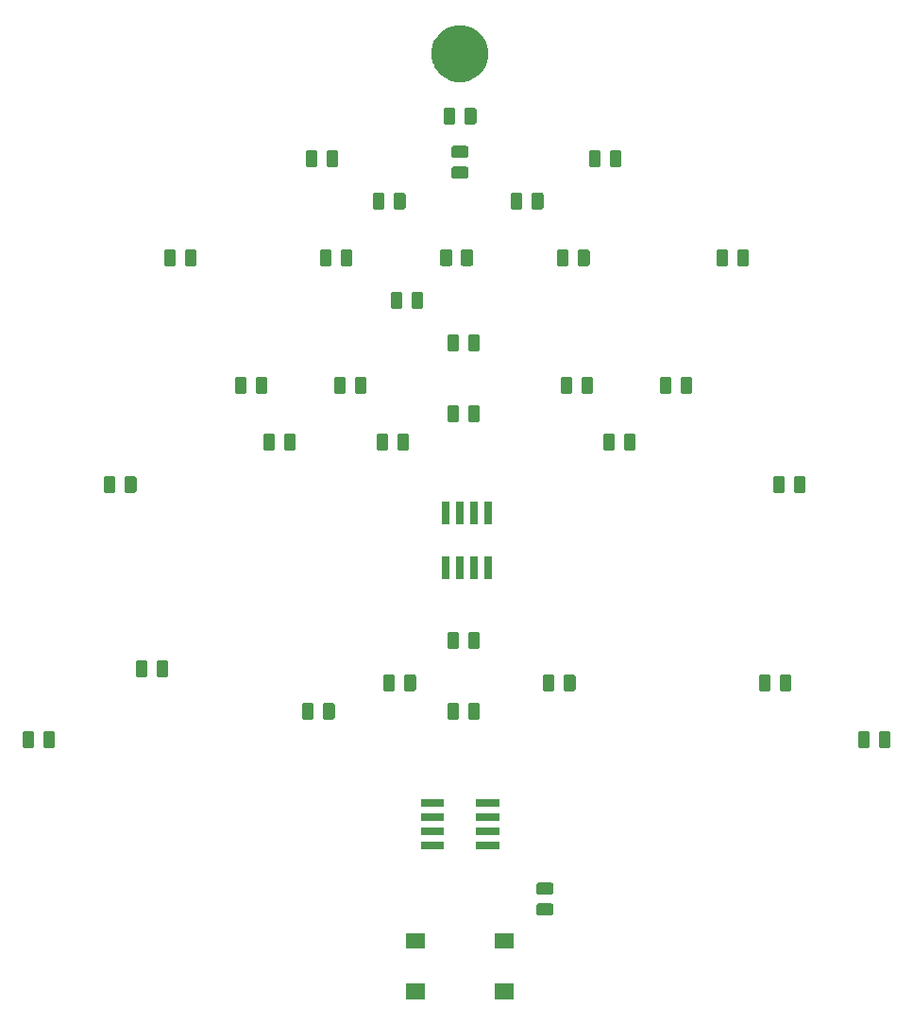
<source format=gbr>
G04 #@! TF.GenerationSoftware,KiCad,Pcbnew,5.1.4-3.fc30*
G04 #@! TF.CreationDate,2019-12-08T15:57:42-08:00*
G04 #@! TF.ProjectId,ChristmasTree,43687269-7374-46d6-9173-547265652e6b,rev?*
G04 #@! TF.SameCoordinates,Original*
G04 #@! TF.FileFunction,Soldermask,Top*
G04 #@! TF.FilePolarity,Negative*
%FSLAX46Y46*%
G04 Gerber Fmt 4.6, Leading zero omitted, Abs format (unit mm)*
G04 Created by KiCad (PCBNEW 5.1.4-3.fc30) date 2019-12-08 15:57:42*
%MOMM*%
%LPD*%
G04 APERTURE LIST*
%ADD10C,0.100000*%
G04 APERTURE END LIST*
D10*
G36*
X243561000Y-145191000D02*
G01*
X241909000Y-145191000D01*
X241909000Y-143789000D01*
X243561000Y-143789000D01*
X243561000Y-145191000D01*
X243561000Y-145191000D01*
G37*
G36*
X235611000Y-145191000D02*
G01*
X233959000Y-145191000D01*
X233959000Y-143789000D01*
X235611000Y-143789000D01*
X235611000Y-145191000D01*
X235611000Y-145191000D01*
G37*
G36*
X235611000Y-140691000D02*
G01*
X233959000Y-140691000D01*
X233959000Y-139289000D01*
X235611000Y-139289000D01*
X235611000Y-140691000D01*
X235611000Y-140691000D01*
G37*
G36*
X243561000Y-140691000D02*
G01*
X241909000Y-140691000D01*
X241909000Y-139289000D01*
X243561000Y-139289000D01*
X243561000Y-140691000D01*
X243561000Y-140691000D01*
G37*
G36*
X246964468Y-136626065D02*
G01*
X247003138Y-136637796D01*
X247038777Y-136656846D01*
X247070017Y-136682483D01*
X247095654Y-136713723D01*
X247114704Y-136749362D01*
X247126435Y-136788032D01*
X247131000Y-136834388D01*
X247131000Y-137485612D01*
X247126435Y-137531968D01*
X247114704Y-137570638D01*
X247095654Y-137606277D01*
X247070017Y-137637517D01*
X247038777Y-137663154D01*
X247003138Y-137682204D01*
X246964468Y-137693935D01*
X246918112Y-137698500D01*
X245841888Y-137698500D01*
X245795532Y-137693935D01*
X245756862Y-137682204D01*
X245721223Y-137663154D01*
X245689983Y-137637517D01*
X245664346Y-137606277D01*
X245645296Y-137570638D01*
X245633565Y-137531968D01*
X245629000Y-137485612D01*
X245629000Y-136834388D01*
X245633565Y-136788032D01*
X245645296Y-136749362D01*
X245664346Y-136713723D01*
X245689983Y-136682483D01*
X245721223Y-136656846D01*
X245756862Y-136637796D01*
X245795532Y-136626065D01*
X245841888Y-136621500D01*
X246918112Y-136621500D01*
X246964468Y-136626065D01*
X246964468Y-136626065D01*
G37*
G36*
X246964468Y-134751065D02*
G01*
X247003138Y-134762796D01*
X247038777Y-134781846D01*
X247070017Y-134807483D01*
X247095654Y-134838723D01*
X247114704Y-134874362D01*
X247126435Y-134913032D01*
X247131000Y-134959388D01*
X247131000Y-135610612D01*
X247126435Y-135656968D01*
X247114704Y-135695638D01*
X247095654Y-135731277D01*
X247070017Y-135762517D01*
X247038777Y-135788154D01*
X247003138Y-135807204D01*
X246964468Y-135818935D01*
X246918112Y-135823500D01*
X245841888Y-135823500D01*
X245795532Y-135818935D01*
X245756862Y-135807204D01*
X245721223Y-135788154D01*
X245689983Y-135762517D01*
X245664346Y-135731277D01*
X245645296Y-135695638D01*
X245633565Y-135656968D01*
X245629000Y-135610612D01*
X245629000Y-134959388D01*
X245633565Y-134913032D01*
X245645296Y-134874362D01*
X245664346Y-134838723D01*
X245689983Y-134807483D01*
X245721223Y-134781846D01*
X245756862Y-134762796D01*
X245795532Y-134751065D01*
X245841888Y-134746500D01*
X246918112Y-134746500D01*
X246964468Y-134751065D01*
X246964468Y-134751065D01*
G37*
G36*
X237321000Y-131781000D02*
G01*
X235249000Y-131781000D01*
X235249000Y-131109000D01*
X237321000Y-131109000D01*
X237321000Y-131781000D01*
X237321000Y-131781000D01*
G37*
G36*
X242271000Y-131781000D02*
G01*
X240199000Y-131781000D01*
X240199000Y-131109000D01*
X242271000Y-131109000D01*
X242271000Y-131781000D01*
X242271000Y-131781000D01*
G37*
G36*
X242271000Y-130511000D02*
G01*
X240199000Y-130511000D01*
X240199000Y-129839000D01*
X242271000Y-129839000D01*
X242271000Y-130511000D01*
X242271000Y-130511000D01*
G37*
G36*
X237321000Y-130511000D02*
G01*
X235249000Y-130511000D01*
X235249000Y-129839000D01*
X237321000Y-129839000D01*
X237321000Y-130511000D01*
X237321000Y-130511000D01*
G37*
G36*
X242271000Y-129241000D02*
G01*
X240199000Y-129241000D01*
X240199000Y-128569000D01*
X242271000Y-128569000D01*
X242271000Y-129241000D01*
X242271000Y-129241000D01*
G37*
G36*
X237321000Y-129241000D02*
G01*
X235249000Y-129241000D01*
X235249000Y-128569000D01*
X237321000Y-128569000D01*
X237321000Y-129241000D01*
X237321000Y-129241000D01*
G37*
G36*
X242271000Y-127971000D02*
G01*
X240199000Y-127971000D01*
X240199000Y-127299000D01*
X242271000Y-127299000D01*
X242271000Y-127971000D01*
X242271000Y-127971000D01*
G37*
G36*
X237321000Y-127971000D02*
G01*
X235249000Y-127971000D01*
X235249000Y-127299000D01*
X237321000Y-127299000D01*
X237321000Y-127971000D01*
X237321000Y-127971000D01*
G37*
G36*
X275356968Y-121173565D02*
G01*
X275395638Y-121185296D01*
X275431277Y-121204346D01*
X275462517Y-121229983D01*
X275488154Y-121261223D01*
X275507204Y-121296862D01*
X275518935Y-121335532D01*
X275523500Y-121381888D01*
X275523500Y-122458112D01*
X275518935Y-122504468D01*
X275507204Y-122543138D01*
X275488154Y-122578777D01*
X275462517Y-122610017D01*
X275431277Y-122635654D01*
X275395638Y-122654704D01*
X275356968Y-122666435D01*
X275310612Y-122671000D01*
X274659388Y-122671000D01*
X274613032Y-122666435D01*
X274574362Y-122654704D01*
X274538723Y-122635654D01*
X274507483Y-122610017D01*
X274481846Y-122578777D01*
X274462796Y-122543138D01*
X274451065Y-122504468D01*
X274446500Y-122458112D01*
X274446500Y-121381888D01*
X274451065Y-121335532D01*
X274462796Y-121296862D01*
X274481846Y-121261223D01*
X274507483Y-121229983D01*
X274538723Y-121204346D01*
X274574362Y-121185296D01*
X274613032Y-121173565D01*
X274659388Y-121169000D01*
X275310612Y-121169000D01*
X275356968Y-121173565D01*
X275356968Y-121173565D01*
G37*
G36*
X277231968Y-121173565D02*
G01*
X277270638Y-121185296D01*
X277306277Y-121204346D01*
X277337517Y-121229983D01*
X277363154Y-121261223D01*
X277382204Y-121296862D01*
X277393935Y-121335532D01*
X277398500Y-121381888D01*
X277398500Y-122458112D01*
X277393935Y-122504468D01*
X277382204Y-122543138D01*
X277363154Y-122578777D01*
X277337517Y-122610017D01*
X277306277Y-122635654D01*
X277270638Y-122654704D01*
X277231968Y-122666435D01*
X277185612Y-122671000D01*
X276534388Y-122671000D01*
X276488032Y-122666435D01*
X276449362Y-122654704D01*
X276413723Y-122635654D01*
X276382483Y-122610017D01*
X276356846Y-122578777D01*
X276337796Y-122543138D01*
X276326065Y-122504468D01*
X276321500Y-122458112D01*
X276321500Y-121381888D01*
X276326065Y-121335532D01*
X276337796Y-121296862D01*
X276356846Y-121261223D01*
X276382483Y-121229983D01*
X276413723Y-121204346D01*
X276449362Y-121185296D01*
X276488032Y-121173565D01*
X276534388Y-121169000D01*
X277185612Y-121169000D01*
X277231968Y-121173565D01*
X277231968Y-121173565D01*
G37*
G36*
X200426968Y-121173565D02*
G01*
X200465638Y-121185296D01*
X200501277Y-121204346D01*
X200532517Y-121229983D01*
X200558154Y-121261223D01*
X200577204Y-121296862D01*
X200588935Y-121335532D01*
X200593500Y-121381888D01*
X200593500Y-122458112D01*
X200588935Y-122504468D01*
X200577204Y-122543138D01*
X200558154Y-122578777D01*
X200532517Y-122610017D01*
X200501277Y-122635654D01*
X200465638Y-122654704D01*
X200426968Y-122666435D01*
X200380612Y-122671000D01*
X199729388Y-122671000D01*
X199683032Y-122666435D01*
X199644362Y-122654704D01*
X199608723Y-122635654D01*
X199577483Y-122610017D01*
X199551846Y-122578777D01*
X199532796Y-122543138D01*
X199521065Y-122504468D01*
X199516500Y-122458112D01*
X199516500Y-121381888D01*
X199521065Y-121335532D01*
X199532796Y-121296862D01*
X199551846Y-121261223D01*
X199577483Y-121229983D01*
X199608723Y-121204346D01*
X199644362Y-121185296D01*
X199683032Y-121173565D01*
X199729388Y-121169000D01*
X200380612Y-121169000D01*
X200426968Y-121173565D01*
X200426968Y-121173565D01*
G37*
G36*
X202301968Y-121173565D02*
G01*
X202340638Y-121185296D01*
X202376277Y-121204346D01*
X202407517Y-121229983D01*
X202433154Y-121261223D01*
X202452204Y-121296862D01*
X202463935Y-121335532D01*
X202468500Y-121381888D01*
X202468500Y-122458112D01*
X202463935Y-122504468D01*
X202452204Y-122543138D01*
X202433154Y-122578777D01*
X202407517Y-122610017D01*
X202376277Y-122635654D01*
X202340638Y-122654704D01*
X202301968Y-122666435D01*
X202255612Y-122671000D01*
X201604388Y-122671000D01*
X201558032Y-122666435D01*
X201519362Y-122654704D01*
X201483723Y-122635654D01*
X201452483Y-122610017D01*
X201426846Y-122578777D01*
X201407796Y-122543138D01*
X201396065Y-122504468D01*
X201391500Y-122458112D01*
X201391500Y-121381888D01*
X201396065Y-121335532D01*
X201407796Y-121296862D01*
X201426846Y-121261223D01*
X201452483Y-121229983D01*
X201483723Y-121204346D01*
X201519362Y-121185296D01*
X201558032Y-121173565D01*
X201604388Y-121169000D01*
X202255612Y-121169000D01*
X202301968Y-121173565D01*
X202301968Y-121173565D01*
G37*
G36*
X225494468Y-118633565D02*
G01*
X225533138Y-118645296D01*
X225568777Y-118664346D01*
X225600017Y-118689983D01*
X225625654Y-118721223D01*
X225644704Y-118756862D01*
X225656435Y-118795532D01*
X225661000Y-118841888D01*
X225661000Y-119918112D01*
X225656435Y-119964468D01*
X225644704Y-120003138D01*
X225625654Y-120038777D01*
X225600017Y-120070017D01*
X225568777Y-120095654D01*
X225533138Y-120114704D01*
X225494468Y-120126435D01*
X225448112Y-120131000D01*
X224796888Y-120131000D01*
X224750532Y-120126435D01*
X224711862Y-120114704D01*
X224676223Y-120095654D01*
X224644983Y-120070017D01*
X224619346Y-120038777D01*
X224600296Y-120003138D01*
X224588565Y-119964468D01*
X224584000Y-119918112D01*
X224584000Y-118841888D01*
X224588565Y-118795532D01*
X224600296Y-118756862D01*
X224619346Y-118721223D01*
X224644983Y-118689983D01*
X224676223Y-118664346D01*
X224711862Y-118645296D01*
X224750532Y-118633565D01*
X224796888Y-118629000D01*
X225448112Y-118629000D01*
X225494468Y-118633565D01*
X225494468Y-118633565D01*
G37*
G36*
X227369468Y-118633565D02*
G01*
X227408138Y-118645296D01*
X227443777Y-118664346D01*
X227475017Y-118689983D01*
X227500654Y-118721223D01*
X227519704Y-118756862D01*
X227531435Y-118795532D01*
X227536000Y-118841888D01*
X227536000Y-119918112D01*
X227531435Y-119964468D01*
X227519704Y-120003138D01*
X227500654Y-120038777D01*
X227475017Y-120070017D01*
X227443777Y-120095654D01*
X227408138Y-120114704D01*
X227369468Y-120126435D01*
X227323112Y-120131000D01*
X226671888Y-120131000D01*
X226625532Y-120126435D01*
X226586862Y-120114704D01*
X226551223Y-120095654D01*
X226519983Y-120070017D01*
X226494346Y-120038777D01*
X226475296Y-120003138D01*
X226463565Y-119964468D01*
X226459000Y-119918112D01*
X226459000Y-118841888D01*
X226463565Y-118795532D01*
X226475296Y-118756862D01*
X226494346Y-118721223D01*
X226519983Y-118689983D01*
X226551223Y-118664346D01*
X226586862Y-118645296D01*
X226625532Y-118633565D01*
X226671888Y-118629000D01*
X227323112Y-118629000D01*
X227369468Y-118633565D01*
X227369468Y-118633565D01*
G37*
G36*
X238526968Y-118633565D02*
G01*
X238565638Y-118645296D01*
X238601277Y-118664346D01*
X238632517Y-118689983D01*
X238658154Y-118721223D01*
X238677204Y-118756862D01*
X238688935Y-118795532D01*
X238693500Y-118841888D01*
X238693500Y-119918112D01*
X238688935Y-119964468D01*
X238677204Y-120003138D01*
X238658154Y-120038777D01*
X238632517Y-120070017D01*
X238601277Y-120095654D01*
X238565638Y-120114704D01*
X238526968Y-120126435D01*
X238480612Y-120131000D01*
X237829388Y-120131000D01*
X237783032Y-120126435D01*
X237744362Y-120114704D01*
X237708723Y-120095654D01*
X237677483Y-120070017D01*
X237651846Y-120038777D01*
X237632796Y-120003138D01*
X237621065Y-119964468D01*
X237616500Y-119918112D01*
X237616500Y-118841888D01*
X237621065Y-118795532D01*
X237632796Y-118756862D01*
X237651846Y-118721223D01*
X237677483Y-118689983D01*
X237708723Y-118664346D01*
X237744362Y-118645296D01*
X237783032Y-118633565D01*
X237829388Y-118629000D01*
X238480612Y-118629000D01*
X238526968Y-118633565D01*
X238526968Y-118633565D01*
G37*
G36*
X240401968Y-118633565D02*
G01*
X240440638Y-118645296D01*
X240476277Y-118664346D01*
X240507517Y-118689983D01*
X240533154Y-118721223D01*
X240552204Y-118756862D01*
X240563935Y-118795532D01*
X240568500Y-118841888D01*
X240568500Y-119918112D01*
X240563935Y-119964468D01*
X240552204Y-120003138D01*
X240533154Y-120038777D01*
X240507517Y-120070017D01*
X240476277Y-120095654D01*
X240440638Y-120114704D01*
X240401968Y-120126435D01*
X240355612Y-120131000D01*
X239704388Y-120131000D01*
X239658032Y-120126435D01*
X239619362Y-120114704D01*
X239583723Y-120095654D01*
X239552483Y-120070017D01*
X239526846Y-120038777D01*
X239507796Y-120003138D01*
X239496065Y-119964468D01*
X239491500Y-119918112D01*
X239491500Y-118841888D01*
X239496065Y-118795532D01*
X239507796Y-118756862D01*
X239526846Y-118721223D01*
X239552483Y-118689983D01*
X239583723Y-118664346D01*
X239619362Y-118645296D01*
X239658032Y-118633565D01*
X239704388Y-118629000D01*
X240355612Y-118629000D01*
X240401968Y-118633565D01*
X240401968Y-118633565D01*
G37*
G36*
X248959468Y-116093565D02*
G01*
X248998138Y-116105296D01*
X249033777Y-116124346D01*
X249065017Y-116149983D01*
X249090654Y-116181223D01*
X249109704Y-116216862D01*
X249121435Y-116255532D01*
X249126000Y-116301888D01*
X249126000Y-117378112D01*
X249121435Y-117424468D01*
X249109704Y-117463138D01*
X249090654Y-117498777D01*
X249065017Y-117530017D01*
X249033777Y-117555654D01*
X248998138Y-117574704D01*
X248959468Y-117586435D01*
X248913112Y-117591000D01*
X248261888Y-117591000D01*
X248215532Y-117586435D01*
X248176862Y-117574704D01*
X248141223Y-117555654D01*
X248109983Y-117530017D01*
X248084346Y-117498777D01*
X248065296Y-117463138D01*
X248053565Y-117424468D01*
X248049000Y-117378112D01*
X248049000Y-116301888D01*
X248053565Y-116255532D01*
X248065296Y-116216862D01*
X248084346Y-116181223D01*
X248109983Y-116149983D01*
X248141223Y-116124346D01*
X248176862Y-116105296D01*
X248215532Y-116093565D01*
X248261888Y-116089000D01*
X248913112Y-116089000D01*
X248959468Y-116093565D01*
X248959468Y-116093565D01*
G37*
G36*
X232781968Y-116093565D02*
G01*
X232820638Y-116105296D01*
X232856277Y-116124346D01*
X232887517Y-116149983D01*
X232913154Y-116181223D01*
X232932204Y-116216862D01*
X232943935Y-116255532D01*
X232948500Y-116301888D01*
X232948500Y-117378112D01*
X232943935Y-117424468D01*
X232932204Y-117463138D01*
X232913154Y-117498777D01*
X232887517Y-117530017D01*
X232856277Y-117555654D01*
X232820638Y-117574704D01*
X232781968Y-117586435D01*
X232735612Y-117591000D01*
X232084388Y-117591000D01*
X232038032Y-117586435D01*
X231999362Y-117574704D01*
X231963723Y-117555654D01*
X231932483Y-117530017D01*
X231906846Y-117498777D01*
X231887796Y-117463138D01*
X231876065Y-117424468D01*
X231871500Y-117378112D01*
X231871500Y-116301888D01*
X231876065Y-116255532D01*
X231887796Y-116216862D01*
X231906846Y-116181223D01*
X231932483Y-116149983D01*
X231963723Y-116124346D01*
X231999362Y-116105296D01*
X232038032Y-116093565D01*
X232084388Y-116089000D01*
X232735612Y-116089000D01*
X232781968Y-116093565D01*
X232781968Y-116093565D01*
G37*
G36*
X266466968Y-116093565D02*
G01*
X266505638Y-116105296D01*
X266541277Y-116124346D01*
X266572517Y-116149983D01*
X266598154Y-116181223D01*
X266617204Y-116216862D01*
X266628935Y-116255532D01*
X266633500Y-116301888D01*
X266633500Y-117378112D01*
X266628935Y-117424468D01*
X266617204Y-117463138D01*
X266598154Y-117498777D01*
X266572517Y-117530017D01*
X266541277Y-117555654D01*
X266505638Y-117574704D01*
X266466968Y-117586435D01*
X266420612Y-117591000D01*
X265769388Y-117591000D01*
X265723032Y-117586435D01*
X265684362Y-117574704D01*
X265648723Y-117555654D01*
X265617483Y-117530017D01*
X265591846Y-117498777D01*
X265572796Y-117463138D01*
X265561065Y-117424468D01*
X265556500Y-117378112D01*
X265556500Y-116301888D01*
X265561065Y-116255532D01*
X265572796Y-116216862D01*
X265591846Y-116181223D01*
X265617483Y-116149983D01*
X265648723Y-116124346D01*
X265684362Y-116105296D01*
X265723032Y-116093565D01*
X265769388Y-116089000D01*
X266420612Y-116089000D01*
X266466968Y-116093565D01*
X266466968Y-116093565D01*
G37*
G36*
X268341968Y-116093565D02*
G01*
X268380638Y-116105296D01*
X268416277Y-116124346D01*
X268447517Y-116149983D01*
X268473154Y-116181223D01*
X268492204Y-116216862D01*
X268503935Y-116255532D01*
X268508500Y-116301888D01*
X268508500Y-117378112D01*
X268503935Y-117424468D01*
X268492204Y-117463138D01*
X268473154Y-117498777D01*
X268447517Y-117530017D01*
X268416277Y-117555654D01*
X268380638Y-117574704D01*
X268341968Y-117586435D01*
X268295612Y-117591000D01*
X267644388Y-117591000D01*
X267598032Y-117586435D01*
X267559362Y-117574704D01*
X267523723Y-117555654D01*
X267492483Y-117530017D01*
X267466846Y-117498777D01*
X267447796Y-117463138D01*
X267436065Y-117424468D01*
X267431500Y-117378112D01*
X267431500Y-116301888D01*
X267436065Y-116255532D01*
X267447796Y-116216862D01*
X267466846Y-116181223D01*
X267492483Y-116149983D01*
X267523723Y-116124346D01*
X267559362Y-116105296D01*
X267598032Y-116093565D01*
X267644388Y-116089000D01*
X268295612Y-116089000D01*
X268341968Y-116093565D01*
X268341968Y-116093565D01*
G37*
G36*
X234656968Y-116093565D02*
G01*
X234695638Y-116105296D01*
X234731277Y-116124346D01*
X234762517Y-116149983D01*
X234788154Y-116181223D01*
X234807204Y-116216862D01*
X234818935Y-116255532D01*
X234823500Y-116301888D01*
X234823500Y-117378112D01*
X234818935Y-117424468D01*
X234807204Y-117463138D01*
X234788154Y-117498777D01*
X234762517Y-117530017D01*
X234731277Y-117555654D01*
X234695638Y-117574704D01*
X234656968Y-117586435D01*
X234610612Y-117591000D01*
X233959388Y-117591000D01*
X233913032Y-117586435D01*
X233874362Y-117574704D01*
X233838723Y-117555654D01*
X233807483Y-117530017D01*
X233781846Y-117498777D01*
X233762796Y-117463138D01*
X233751065Y-117424468D01*
X233746500Y-117378112D01*
X233746500Y-116301888D01*
X233751065Y-116255532D01*
X233762796Y-116216862D01*
X233781846Y-116181223D01*
X233807483Y-116149983D01*
X233838723Y-116124346D01*
X233874362Y-116105296D01*
X233913032Y-116093565D01*
X233959388Y-116089000D01*
X234610612Y-116089000D01*
X234656968Y-116093565D01*
X234656968Y-116093565D01*
G37*
G36*
X247084468Y-116093565D02*
G01*
X247123138Y-116105296D01*
X247158777Y-116124346D01*
X247190017Y-116149983D01*
X247215654Y-116181223D01*
X247234704Y-116216862D01*
X247246435Y-116255532D01*
X247251000Y-116301888D01*
X247251000Y-117378112D01*
X247246435Y-117424468D01*
X247234704Y-117463138D01*
X247215654Y-117498777D01*
X247190017Y-117530017D01*
X247158777Y-117555654D01*
X247123138Y-117574704D01*
X247084468Y-117586435D01*
X247038112Y-117591000D01*
X246386888Y-117591000D01*
X246340532Y-117586435D01*
X246301862Y-117574704D01*
X246266223Y-117555654D01*
X246234983Y-117530017D01*
X246209346Y-117498777D01*
X246190296Y-117463138D01*
X246178565Y-117424468D01*
X246174000Y-117378112D01*
X246174000Y-116301888D01*
X246178565Y-116255532D01*
X246190296Y-116216862D01*
X246209346Y-116181223D01*
X246234983Y-116149983D01*
X246266223Y-116124346D01*
X246301862Y-116105296D01*
X246340532Y-116093565D01*
X246386888Y-116089000D01*
X247038112Y-116089000D01*
X247084468Y-116093565D01*
X247084468Y-116093565D01*
G37*
G36*
X210586968Y-114823565D02*
G01*
X210625638Y-114835296D01*
X210661277Y-114854346D01*
X210692517Y-114879983D01*
X210718154Y-114911223D01*
X210737204Y-114946862D01*
X210748935Y-114985532D01*
X210753500Y-115031888D01*
X210753500Y-116108112D01*
X210748935Y-116154468D01*
X210737204Y-116193138D01*
X210718154Y-116228777D01*
X210692517Y-116260017D01*
X210661277Y-116285654D01*
X210625638Y-116304704D01*
X210586968Y-116316435D01*
X210540612Y-116321000D01*
X209889388Y-116321000D01*
X209843032Y-116316435D01*
X209804362Y-116304704D01*
X209768723Y-116285654D01*
X209737483Y-116260017D01*
X209711846Y-116228777D01*
X209692796Y-116193138D01*
X209681065Y-116154468D01*
X209676500Y-116108112D01*
X209676500Y-115031888D01*
X209681065Y-114985532D01*
X209692796Y-114946862D01*
X209711846Y-114911223D01*
X209737483Y-114879983D01*
X209768723Y-114854346D01*
X209804362Y-114835296D01*
X209843032Y-114823565D01*
X209889388Y-114819000D01*
X210540612Y-114819000D01*
X210586968Y-114823565D01*
X210586968Y-114823565D01*
G37*
G36*
X212461968Y-114823565D02*
G01*
X212500638Y-114835296D01*
X212536277Y-114854346D01*
X212567517Y-114879983D01*
X212593154Y-114911223D01*
X212612204Y-114946862D01*
X212623935Y-114985532D01*
X212628500Y-115031888D01*
X212628500Y-116108112D01*
X212623935Y-116154468D01*
X212612204Y-116193138D01*
X212593154Y-116228777D01*
X212567517Y-116260017D01*
X212536277Y-116285654D01*
X212500638Y-116304704D01*
X212461968Y-116316435D01*
X212415612Y-116321000D01*
X211764388Y-116321000D01*
X211718032Y-116316435D01*
X211679362Y-116304704D01*
X211643723Y-116285654D01*
X211612483Y-116260017D01*
X211586846Y-116228777D01*
X211567796Y-116193138D01*
X211556065Y-116154468D01*
X211551500Y-116108112D01*
X211551500Y-115031888D01*
X211556065Y-114985532D01*
X211567796Y-114946862D01*
X211586846Y-114911223D01*
X211612483Y-114879983D01*
X211643723Y-114854346D01*
X211679362Y-114835296D01*
X211718032Y-114823565D01*
X211764388Y-114819000D01*
X212415612Y-114819000D01*
X212461968Y-114823565D01*
X212461968Y-114823565D01*
G37*
G36*
X238526968Y-112283565D02*
G01*
X238565638Y-112295296D01*
X238601277Y-112314346D01*
X238632517Y-112339983D01*
X238658154Y-112371223D01*
X238677204Y-112406862D01*
X238688935Y-112445532D01*
X238693500Y-112491888D01*
X238693500Y-113568112D01*
X238688935Y-113614468D01*
X238677204Y-113653138D01*
X238658154Y-113688777D01*
X238632517Y-113720017D01*
X238601277Y-113745654D01*
X238565638Y-113764704D01*
X238526968Y-113776435D01*
X238480612Y-113781000D01*
X237829388Y-113781000D01*
X237783032Y-113776435D01*
X237744362Y-113764704D01*
X237708723Y-113745654D01*
X237677483Y-113720017D01*
X237651846Y-113688777D01*
X237632796Y-113653138D01*
X237621065Y-113614468D01*
X237616500Y-113568112D01*
X237616500Y-112491888D01*
X237621065Y-112445532D01*
X237632796Y-112406862D01*
X237651846Y-112371223D01*
X237677483Y-112339983D01*
X237708723Y-112314346D01*
X237744362Y-112295296D01*
X237783032Y-112283565D01*
X237829388Y-112279000D01*
X238480612Y-112279000D01*
X238526968Y-112283565D01*
X238526968Y-112283565D01*
G37*
G36*
X240401968Y-112283565D02*
G01*
X240440638Y-112295296D01*
X240476277Y-112314346D01*
X240507517Y-112339983D01*
X240533154Y-112371223D01*
X240552204Y-112406862D01*
X240563935Y-112445532D01*
X240568500Y-112491888D01*
X240568500Y-113568112D01*
X240563935Y-113614468D01*
X240552204Y-113653138D01*
X240533154Y-113688777D01*
X240507517Y-113720017D01*
X240476277Y-113745654D01*
X240440638Y-113764704D01*
X240401968Y-113776435D01*
X240355612Y-113781000D01*
X239704388Y-113781000D01*
X239658032Y-113776435D01*
X239619362Y-113764704D01*
X239583723Y-113745654D01*
X239552483Y-113720017D01*
X239526846Y-113688777D01*
X239507796Y-113653138D01*
X239496065Y-113614468D01*
X239491500Y-113568112D01*
X239491500Y-112491888D01*
X239496065Y-112445532D01*
X239507796Y-112406862D01*
X239526846Y-112371223D01*
X239552483Y-112339983D01*
X239583723Y-112314346D01*
X239619362Y-112295296D01*
X239658032Y-112283565D01*
X239704388Y-112279000D01*
X240355612Y-112279000D01*
X240401968Y-112283565D01*
X240401968Y-112283565D01*
G37*
G36*
X237826000Y-107586000D02*
G01*
X237154000Y-107586000D01*
X237154000Y-105514000D01*
X237826000Y-105514000D01*
X237826000Y-107586000D01*
X237826000Y-107586000D01*
G37*
G36*
X239096000Y-107586000D02*
G01*
X238424000Y-107586000D01*
X238424000Y-105514000D01*
X239096000Y-105514000D01*
X239096000Y-107586000D01*
X239096000Y-107586000D01*
G37*
G36*
X240366000Y-107586000D02*
G01*
X239694000Y-107586000D01*
X239694000Y-105514000D01*
X240366000Y-105514000D01*
X240366000Y-107586000D01*
X240366000Y-107586000D01*
G37*
G36*
X241636000Y-107586000D02*
G01*
X240964000Y-107586000D01*
X240964000Y-105514000D01*
X241636000Y-105514000D01*
X241636000Y-107586000D01*
X241636000Y-107586000D01*
G37*
G36*
X241636000Y-102636000D02*
G01*
X240964000Y-102636000D01*
X240964000Y-100564000D01*
X241636000Y-100564000D01*
X241636000Y-102636000D01*
X241636000Y-102636000D01*
G37*
G36*
X240366000Y-102636000D02*
G01*
X239694000Y-102636000D01*
X239694000Y-100564000D01*
X240366000Y-100564000D01*
X240366000Y-102636000D01*
X240366000Y-102636000D01*
G37*
G36*
X239096000Y-102636000D02*
G01*
X238424000Y-102636000D01*
X238424000Y-100564000D01*
X239096000Y-100564000D01*
X239096000Y-102636000D01*
X239096000Y-102636000D01*
G37*
G36*
X237826000Y-102636000D02*
G01*
X237154000Y-102636000D01*
X237154000Y-100564000D01*
X237826000Y-100564000D01*
X237826000Y-102636000D01*
X237826000Y-102636000D01*
G37*
G36*
X269611968Y-98313565D02*
G01*
X269650638Y-98325296D01*
X269686277Y-98344346D01*
X269717517Y-98369983D01*
X269743154Y-98401223D01*
X269762204Y-98436862D01*
X269773935Y-98475532D01*
X269778500Y-98521888D01*
X269778500Y-99598112D01*
X269773935Y-99644468D01*
X269762204Y-99683138D01*
X269743154Y-99718777D01*
X269717517Y-99750017D01*
X269686277Y-99775654D01*
X269650638Y-99794704D01*
X269611968Y-99806435D01*
X269565612Y-99811000D01*
X268914388Y-99811000D01*
X268868032Y-99806435D01*
X268829362Y-99794704D01*
X268793723Y-99775654D01*
X268762483Y-99750017D01*
X268736846Y-99718777D01*
X268717796Y-99683138D01*
X268706065Y-99644468D01*
X268701500Y-99598112D01*
X268701500Y-98521888D01*
X268706065Y-98475532D01*
X268717796Y-98436862D01*
X268736846Y-98401223D01*
X268762483Y-98369983D01*
X268793723Y-98344346D01*
X268829362Y-98325296D01*
X268868032Y-98313565D01*
X268914388Y-98309000D01*
X269565612Y-98309000D01*
X269611968Y-98313565D01*
X269611968Y-98313565D01*
G37*
G36*
X267736968Y-98313565D02*
G01*
X267775638Y-98325296D01*
X267811277Y-98344346D01*
X267842517Y-98369983D01*
X267868154Y-98401223D01*
X267887204Y-98436862D01*
X267898935Y-98475532D01*
X267903500Y-98521888D01*
X267903500Y-99598112D01*
X267898935Y-99644468D01*
X267887204Y-99683138D01*
X267868154Y-99718777D01*
X267842517Y-99750017D01*
X267811277Y-99775654D01*
X267775638Y-99794704D01*
X267736968Y-99806435D01*
X267690612Y-99811000D01*
X267039388Y-99811000D01*
X266993032Y-99806435D01*
X266954362Y-99794704D01*
X266918723Y-99775654D01*
X266887483Y-99750017D01*
X266861846Y-99718777D01*
X266842796Y-99683138D01*
X266831065Y-99644468D01*
X266826500Y-99598112D01*
X266826500Y-98521888D01*
X266831065Y-98475532D01*
X266842796Y-98436862D01*
X266861846Y-98401223D01*
X266887483Y-98369983D01*
X266918723Y-98344346D01*
X266954362Y-98325296D01*
X266993032Y-98313565D01*
X267039388Y-98309000D01*
X267690612Y-98309000D01*
X267736968Y-98313565D01*
X267736968Y-98313565D01*
G37*
G36*
X207714468Y-98313565D02*
G01*
X207753138Y-98325296D01*
X207788777Y-98344346D01*
X207820017Y-98369983D01*
X207845654Y-98401223D01*
X207864704Y-98436862D01*
X207876435Y-98475532D01*
X207881000Y-98521888D01*
X207881000Y-99598112D01*
X207876435Y-99644468D01*
X207864704Y-99683138D01*
X207845654Y-99718777D01*
X207820017Y-99750017D01*
X207788777Y-99775654D01*
X207753138Y-99794704D01*
X207714468Y-99806435D01*
X207668112Y-99811000D01*
X207016888Y-99811000D01*
X206970532Y-99806435D01*
X206931862Y-99794704D01*
X206896223Y-99775654D01*
X206864983Y-99750017D01*
X206839346Y-99718777D01*
X206820296Y-99683138D01*
X206808565Y-99644468D01*
X206804000Y-99598112D01*
X206804000Y-98521888D01*
X206808565Y-98475532D01*
X206820296Y-98436862D01*
X206839346Y-98401223D01*
X206864983Y-98369983D01*
X206896223Y-98344346D01*
X206931862Y-98325296D01*
X206970532Y-98313565D01*
X207016888Y-98309000D01*
X207668112Y-98309000D01*
X207714468Y-98313565D01*
X207714468Y-98313565D01*
G37*
G36*
X209589468Y-98313565D02*
G01*
X209628138Y-98325296D01*
X209663777Y-98344346D01*
X209695017Y-98369983D01*
X209720654Y-98401223D01*
X209739704Y-98436862D01*
X209751435Y-98475532D01*
X209756000Y-98521888D01*
X209756000Y-99598112D01*
X209751435Y-99644468D01*
X209739704Y-99683138D01*
X209720654Y-99718777D01*
X209695017Y-99750017D01*
X209663777Y-99775654D01*
X209628138Y-99794704D01*
X209589468Y-99806435D01*
X209543112Y-99811000D01*
X208891888Y-99811000D01*
X208845532Y-99806435D01*
X208806862Y-99794704D01*
X208771223Y-99775654D01*
X208739983Y-99750017D01*
X208714346Y-99718777D01*
X208695296Y-99683138D01*
X208683565Y-99644468D01*
X208679000Y-99598112D01*
X208679000Y-98521888D01*
X208683565Y-98475532D01*
X208695296Y-98436862D01*
X208714346Y-98401223D01*
X208739983Y-98369983D01*
X208771223Y-98344346D01*
X208806862Y-98325296D01*
X208845532Y-98313565D01*
X208891888Y-98309000D01*
X209543112Y-98309000D01*
X209589468Y-98313565D01*
X209589468Y-98313565D01*
G37*
G36*
X223891968Y-94503565D02*
G01*
X223930638Y-94515296D01*
X223966277Y-94534346D01*
X223997517Y-94559983D01*
X224023154Y-94591223D01*
X224042204Y-94626862D01*
X224053935Y-94665532D01*
X224058500Y-94711888D01*
X224058500Y-95788112D01*
X224053935Y-95834468D01*
X224042204Y-95873138D01*
X224023154Y-95908777D01*
X223997517Y-95940017D01*
X223966277Y-95965654D01*
X223930638Y-95984704D01*
X223891968Y-95996435D01*
X223845612Y-96001000D01*
X223194388Y-96001000D01*
X223148032Y-95996435D01*
X223109362Y-95984704D01*
X223073723Y-95965654D01*
X223042483Y-95940017D01*
X223016846Y-95908777D01*
X222997796Y-95873138D01*
X222986065Y-95834468D01*
X222981500Y-95788112D01*
X222981500Y-94711888D01*
X222986065Y-94665532D01*
X222997796Y-94626862D01*
X223016846Y-94591223D01*
X223042483Y-94559983D01*
X223073723Y-94534346D01*
X223109362Y-94515296D01*
X223148032Y-94503565D01*
X223194388Y-94499000D01*
X223845612Y-94499000D01*
X223891968Y-94503565D01*
X223891968Y-94503565D01*
G37*
G36*
X222016968Y-94503565D02*
G01*
X222055638Y-94515296D01*
X222091277Y-94534346D01*
X222122517Y-94559983D01*
X222148154Y-94591223D01*
X222167204Y-94626862D01*
X222178935Y-94665532D01*
X222183500Y-94711888D01*
X222183500Y-95788112D01*
X222178935Y-95834468D01*
X222167204Y-95873138D01*
X222148154Y-95908777D01*
X222122517Y-95940017D01*
X222091277Y-95965654D01*
X222055638Y-95984704D01*
X222016968Y-95996435D01*
X221970612Y-96001000D01*
X221319388Y-96001000D01*
X221273032Y-95996435D01*
X221234362Y-95984704D01*
X221198723Y-95965654D01*
X221167483Y-95940017D01*
X221141846Y-95908777D01*
X221122796Y-95873138D01*
X221111065Y-95834468D01*
X221106500Y-95788112D01*
X221106500Y-94711888D01*
X221111065Y-94665532D01*
X221122796Y-94626862D01*
X221141846Y-94591223D01*
X221167483Y-94559983D01*
X221198723Y-94534346D01*
X221234362Y-94515296D01*
X221273032Y-94503565D01*
X221319388Y-94499000D01*
X221970612Y-94499000D01*
X222016968Y-94503565D01*
X222016968Y-94503565D01*
G37*
G36*
X252496968Y-94503565D02*
G01*
X252535638Y-94515296D01*
X252571277Y-94534346D01*
X252602517Y-94559983D01*
X252628154Y-94591223D01*
X252647204Y-94626862D01*
X252658935Y-94665532D01*
X252663500Y-94711888D01*
X252663500Y-95788112D01*
X252658935Y-95834468D01*
X252647204Y-95873138D01*
X252628154Y-95908777D01*
X252602517Y-95940017D01*
X252571277Y-95965654D01*
X252535638Y-95984704D01*
X252496968Y-95996435D01*
X252450612Y-96001000D01*
X251799388Y-96001000D01*
X251753032Y-95996435D01*
X251714362Y-95984704D01*
X251678723Y-95965654D01*
X251647483Y-95940017D01*
X251621846Y-95908777D01*
X251602796Y-95873138D01*
X251591065Y-95834468D01*
X251586500Y-95788112D01*
X251586500Y-94711888D01*
X251591065Y-94665532D01*
X251602796Y-94626862D01*
X251621846Y-94591223D01*
X251647483Y-94559983D01*
X251678723Y-94534346D01*
X251714362Y-94515296D01*
X251753032Y-94503565D01*
X251799388Y-94499000D01*
X252450612Y-94499000D01*
X252496968Y-94503565D01*
X252496968Y-94503565D01*
G37*
G36*
X254371968Y-94503565D02*
G01*
X254410638Y-94515296D01*
X254446277Y-94534346D01*
X254477517Y-94559983D01*
X254503154Y-94591223D01*
X254522204Y-94626862D01*
X254533935Y-94665532D01*
X254538500Y-94711888D01*
X254538500Y-95788112D01*
X254533935Y-95834468D01*
X254522204Y-95873138D01*
X254503154Y-95908777D01*
X254477517Y-95940017D01*
X254446277Y-95965654D01*
X254410638Y-95984704D01*
X254371968Y-95996435D01*
X254325612Y-96001000D01*
X253674388Y-96001000D01*
X253628032Y-95996435D01*
X253589362Y-95984704D01*
X253553723Y-95965654D01*
X253522483Y-95940017D01*
X253496846Y-95908777D01*
X253477796Y-95873138D01*
X253466065Y-95834468D01*
X253461500Y-95788112D01*
X253461500Y-94711888D01*
X253466065Y-94665532D01*
X253477796Y-94626862D01*
X253496846Y-94591223D01*
X253522483Y-94559983D01*
X253553723Y-94534346D01*
X253589362Y-94515296D01*
X253628032Y-94503565D01*
X253674388Y-94499000D01*
X254325612Y-94499000D01*
X254371968Y-94503565D01*
X254371968Y-94503565D01*
G37*
G36*
X232176968Y-94503565D02*
G01*
X232215638Y-94515296D01*
X232251277Y-94534346D01*
X232282517Y-94559983D01*
X232308154Y-94591223D01*
X232327204Y-94626862D01*
X232338935Y-94665532D01*
X232343500Y-94711888D01*
X232343500Y-95788112D01*
X232338935Y-95834468D01*
X232327204Y-95873138D01*
X232308154Y-95908777D01*
X232282517Y-95940017D01*
X232251277Y-95965654D01*
X232215638Y-95984704D01*
X232176968Y-95996435D01*
X232130612Y-96001000D01*
X231479388Y-96001000D01*
X231433032Y-95996435D01*
X231394362Y-95984704D01*
X231358723Y-95965654D01*
X231327483Y-95940017D01*
X231301846Y-95908777D01*
X231282796Y-95873138D01*
X231271065Y-95834468D01*
X231266500Y-95788112D01*
X231266500Y-94711888D01*
X231271065Y-94665532D01*
X231282796Y-94626862D01*
X231301846Y-94591223D01*
X231327483Y-94559983D01*
X231358723Y-94534346D01*
X231394362Y-94515296D01*
X231433032Y-94503565D01*
X231479388Y-94499000D01*
X232130612Y-94499000D01*
X232176968Y-94503565D01*
X232176968Y-94503565D01*
G37*
G36*
X234051968Y-94503565D02*
G01*
X234090638Y-94515296D01*
X234126277Y-94534346D01*
X234157517Y-94559983D01*
X234183154Y-94591223D01*
X234202204Y-94626862D01*
X234213935Y-94665532D01*
X234218500Y-94711888D01*
X234218500Y-95788112D01*
X234213935Y-95834468D01*
X234202204Y-95873138D01*
X234183154Y-95908777D01*
X234157517Y-95940017D01*
X234126277Y-95965654D01*
X234090638Y-95984704D01*
X234051968Y-95996435D01*
X234005612Y-96001000D01*
X233354388Y-96001000D01*
X233308032Y-95996435D01*
X233269362Y-95984704D01*
X233233723Y-95965654D01*
X233202483Y-95940017D01*
X233176846Y-95908777D01*
X233157796Y-95873138D01*
X233146065Y-95834468D01*
X233141500Y-95788112D01*
X233141500Y-94711888D01*
X233146065Y-94665532D01*
X233157796Y-94626862D01*
X233176846Y-94591223D01*
X233202483Y-94559983D01*
X233233723Y-94534346D01*
X233269362Y-94515296D01*
X233308032Y-94503565D01*
X233354388Y-94499000D01*
X234005612Y-94499000D01*
X234051968Y-94503565D01*
X234051968Y-94503565D01*
G37*
G36*
X240401968Y-91963565D02*
G01*
X240440638Y-91975296D01*
X240476277Y-91994346D01*
X240507517Y-92019983D01*
X240533154Y-92051223D01*
X240552204Y-92086862D01*
X240563935Y-92125532D01*
X240568500Y-92171888D01*
X240568500Y-93248112D01*
X240563935Y-93294468D01*
X240552204Y-93333138D01*
X240533154Y-93368777D01*
X240507517Y-93400017D01*
X240476277Y-93425654D01*
X240440638Y-93444704D01*
X240401968Y-93456435D01*
X240355612Y-93461000D01*
X239704388Y-93461000D01*
X239658032Y-93456435D01*
X239619362Y-93444704D01*
X239583723Y-93425654D01*
X239552483Y-93400017D01*
X239526846Y-93368777D01*
X239507796Y-93333138D01*
X239496065Y-93294468D01*
X239491500Y-93248112D01*
X239491500Y-92171888D01*
X239496065Y-92125532D01*
X239507796Y-92086862D01*
X239526846Y-92051223D01*
X239552483Y-92019983D01*
X239583723Y-91994346D01*
X239619362Y-91975296D01*
X239658032Y-91963565D01*
X239704388Y-91959000D01*
X240355612Y-91959000D01*
X240401968Y-91963565D01*
X240401968Y-91963565D01*
G37*
G36*
X238526968Y-91963565D02*
G01*
X238565638Y-91975296D01*
X238601277Y-91994346D01*
X238632517Y-92019983D01*
X238658154Y-92051223D01*
X238677204Y-92086862D01*
X238688935Y-92125532D01*
X238693500Y-92171888D01*
X238693500Y-93248112D01*
X238688935Y-93294468D01*
X238677204Y-93333138D01*
X238658154Y-93368777D01*
X238632517Y-93400017D01*
X238601277Y-93425654D01*
X238565638Y-93444704D01*
X238526968Y-93456435D01*
X238480612Y-93461000D01*
X237829388Y-93461000D01*
X237783032Y-93456435D01*
X237744362Y-93444704D01*
X237708723Y-93425654D01*
X237677483Y-93400017D01*
X237651846Y-93368777D01*
X237632796Y-93333138D01*
X237621065Y-93294468D01*
X237616500Y-93248112D01*
X237616500Y-92171888D01*
X237621065Y-92125532D01*
X237632796Y-92086862D01*
X237651846Y-92051223D01*
X237677483Y-92019983D01*
X237708723Y-91994346D01*
X237744362Y-91975296D01*
X237783032Y-91963565D01*
X237829388Y-91959000D01*
X238480612Y-91959000D01*
X238526968Y-91963565D01*
X238526968Y-91963565D01*
G37*
G36*
X257576968Y-89423565D02*
G01*
X257615638Y-89435296D01*
X257651277Y-89454346D01*
X257682517Y-89479983D01*
X257708154Y-89511223D01*
X257727204Y-89546862D01*
X257738935Y-89585532D01*
X257743500Y-89631888D01*
X257743500Y-90708112D01*
X257738935Y-90754468D01*
X257727204Y-90793138D01*
X257708154Y-90828777D01*
X257682517Y-90860017D01*
X257651277Y-90885654D01*
X257615638Y-90904704D01*
X257576968Y-90916435D01*
X257530612Y-90921000D01*
X256879388Y-90921000D01*
X256833032Y-90916435D01*
X256794362Y-90904704D01*
X256758723Y-90885654D01*
X256727483Y-90860017D01*
X256701846Y-90828777D01*
X256682796Y-90793138D01*
X256671065Y-90754468D01*
X256666500Y-90708112D01*
X256666500Y-89631888D01*
X256671065Y-89585532D01*
X256682796Y-89546862D01*
X256701846Y-89511223D01*
X256727483Y-89479983D01*
X256758723Y-89454346D01*
X256794362Y-89435296D01*
X256833032Y-89423565D01*
X256879388Y-89419000D01*
X257530612Y-89419000D01*
X257576968Y-89423565D01*
X257576968Y-89423565D01*
G37*
G36*
X221351968Y-89423565D02*
G01*
X221390638Y-89435296D01*
X221426277Y-89454346D01*
X221457517Y-89479983D01*
X221483154Y-89511223D01*
X221502204Y-89546862D01*
X221513935Y-89585532D01*
X221518500Y-89631888D01*
X221518500Y-90708112D01*
X221513935Y-90754468D01*
X221502204Y-90793138D01*
X221483154Y-90828777D01*
X221457517Y-90860017D01*
X221426277Y-90885654D01*
X221390638Y-90904704D01*
X221351968Y-90916435D01*
X221305612Y-90921000D01*
X220654388Y-90921000D01*
X220608032Y-90916435D01*
X220569362Y-90904704D01*
X220533723Y-90885654D01*
X220502483Y-90860017D01*
X220476846Y-90828777D01*
X220457796Y-90793138D01*
X220446065Y-90754468D01*
X220441500Y-90708112D01*
X220441500Y-89631888D01*
X220446065Y-89585532D01*
X220457796Y-89546862D01*
X220476846Y-89511223D01*
X220502483Y-89479983D01*
X220533723Y-89454346D01*
X220569362Y-89435296D01*
X220608032Y-89423565D01*
X220654388Y-89419000D01*
X221305612Y-89419000D01*
X221351968Y-89423565D01*
X221351968Y-89423565D01*
G37*
G36*
X228366968Y-89423565D02*
G01*
X228405638Y-89435296D01*
X228441277Y-89454346D01*
X228472517Y-89479983D01*
X228498154Y-89511223D01*
X228517204Y-89546862D01*
X228528935Y-89585532D01*
X228533500Y-89631888D01*
X228533500Y-90708112D01*
X228528935Y-90754468D01*
X228517204Y-90793138D01*
X228498154Y-90828777D01*
X228472517Y-90860017D01*
X228441277Y-90885654D01*
X228405638Y-90904704D01*
X228366968Y-90916435D01*
X228320612Y-90921000D01*
X227669388Y-90921000D01*
X227623032Y-90916435D01*
X227584362Y-90904704D01*
X227548723Y-90885654D01*
X227517483Y-90860017D01*
X227491846Y-90828777D01*
X227472796Y-90793138D01*
X227461065Y-90754468D01*
X227456500Y-90708112D01*
X227456500Y-89631888D01*
X227461065Y-89585532D01*
X227472796Y-89546862D01*
X227491846Y-89511223D01*
X227517483Y-89479983D01*
X227548723Y-89454346D01*
X227584362Y-89435296D01*
X227623032Y-89423565D01*
X227669388Y-89419000D01*
X228320612Y-89419000D01*
X228366968Y-89423565D01*
X228366968Y-89423565D01*
G37*
G36*
X230241968Y-89423565D02*
G01*
X230280638Y-89435296D01*
X230316277Y-89454346D01*
X230347517Y-89479983D01*
X230373154Y-89511223D01*
X230392204Y-89546862D01*
X230403935Y-89585532D01*
X230408500Y-89631888D01*
X230408500Y-90708112D01*
X230403935Y-90754468D01*
X230392204Y-90793138D01*
X230373154Y-90828777D01*
X230347517Y-90860017D01*
X230316277Y-90885654D01*
X230280638Y-90904704D01*
X230241968Y-90916435D01*
X230195612Y-90921000D01*
X229544388Y-90921000D01*
X229498032Y-90916435D01*
X229459362Y-90904704D01*
X229423723Y-90885654D01*
X229392483Y-90860017D01*
X229366846Y-90828777D01*
X229347796Y-90793138D01*
X229336065Y-90754468D01*
X229331500Y-90708112D01*
X229331500Y-89631888D01*
X229336065Y-89585532D01*
X229347796Y-89546862D01*
X229366846Y-89511223D01*
X229392483Y-89479983D01*
X229423723Y-89454346D01*
X229459362Y-89435296D01*
X229498032Y-89423565D01*
X229544388Y-89419000D01*
X230195612Y-89419000D01*
X230241968Y-89423565D01*
X230241968Y-89423565D01*
G37*
G36*
X250561968Y-89423565D02*
G01*
X250600638Y-89435296D01*
X250636277Y-89454346D01*
X250667517Y-89479983D01*
X250693154Y-89511223D01*
X250712204Y-89546862D01*
X250723935Y-89585532D01*
X250728500Y-89631888D01*
X250728500Y-90708112D01*
X250723935Y-90754468D01*
X250712204Y-90793138D01*
X250693154Y-90828777D01*
X250667517Y-90860017D01*
X250636277Y-90885654D01*
X250600638Y-90904704D01*
X250561968Y-90916435D01*
X250515612Y-90921000D01*
X249864388Y-90921000D01*
X249818032Y-90916435D01*
X249779362Y-90904704D01*
X249743723Y-90885654D01*
X249712483Y-90860017D01*
X249686846Y-90828777D01*
X249667796Y-90793138D01*
X249656065Y-90754468D01*
X249651500Y-90708112D01*
X249651500Y-89631888D01*
X249656065Y-89585532D01*
X249667796Y-89546862D01*
X249686846Y-89511223D01*
X249712483Y-89479983D01*
X249743723Y-89454346D01*
X249779362Y-89435296D01*
X249818032Y-89423565D01*
X249864388Y-89419000D01*
X250515612Y-89419000D01*
X250561968Y-89423565D01*
X250561968Y-89423565D01*
G37*
G36*
X259451968Y-89423565D02*
G01*
X259490638Y-89435296D01*
X259526277Y-89454346D01*
X259557517Y-89479983D01*
X259583154Y-89511223D01*
X259602204Y-89546862D01*
X259613935Y-89585532D01*
X259618500Y-89631888D01*
X259618500Y-90708112D01*
X259613935Y-90754468D01*
X259602204Y-90793138D01*
X259583154Y-90828777D01*
X259557517Y-90860017D01*
X259526277Y-90885654D01*
X259490638Y-90904704D01*
X259451968Y-90916435D01*
X259405612Y-90921000D01*
X258754388Y-90921000D01*
X258708032Y-90916435D01*
X258669362Y-90904704D01*
X258633723Y-90885654D01*
X258602483Y-90860017D01*
X258576846Y-90828777D01*
X258557796Y-90793138D01*
X258546065Y-90754468D01*
X258541500Y-90708112D01*
X258541500Y-89631888D01*
X258546065Y-89585532D01*
X258557796Y-89546862D01*
X258576846Y-89511223D01*
X258602483Y-89479983D01*
X258633723Y-89454346D01*
X258669362Y-89435296D01*
X258708032Y-89423565D01*
X258754388Y-89419000D01*
X259405612Y-89419000D01*
X259451968Y-89423565D01*
X259451968Y-89423565D01*
G37*
G36*
X248686968Y-89423565D02*
G01*
X248725638Y-89435296D01*
X248761277Y-89454346D01*
X248792517Y-89479983D01*
X248818154Y-89511223D01*
X248837204Y-89546862D01*
X248848935Y-89585532D01*
X248853500Y-89631888D01*
X248853500Y-90708112D01*
X248848935Y-90754468D01*
X248837204Y-90793138D01*
X248818154Y-90828777D01*
X248792517Y-90860017D01*
X248761277Y-90885654D01*
X248725638Y-90904704D01*
X248686968Y-90916435D01*
X248640612Y-90921000D01*
X247989388Y-90921000D01*
X247943032Y-90916435D01*
X247904362Y-90904704D01*
X247868723Y-90885654D01*
X247837483Y-90860017D01*
X247811846Y-90828777D01*
X247792796Y-90793138D01*
X247781065Y-90754468D01*
X247776500Y-90708112D01*
X247776500Y-89631888D01*
X247781065Y-89585532D01*
X247792796Y-89546862D01*
X247811846Y-89511223D01*
X247837483Y-89479983D01*
X247868723Y-89454346D01*
X247904362Y-89435296D01*
X247943032Y-89423565D01*
X247989388Y-89419000D01*
X248640612Y-89419000D01*
X248686968Y-89423565D01*
X248686968Y-89423565D01*
G37*
G36*
X219476968Y-89423565D02*
G01*
X219515638Y-89435296D01*
X219551277Y-89454346D01*
X219582517Y-89479983D01*
X219608154Y-89511223D01*
X219627204Y-89546862D01*
X219638935Y-89585532D01*
X219643500Y-89631888D01*
X219643500Y-90708112D01*
X219638935Y-90754468D01*
X219627204Y-90793138D01*
X219608154Y-90828777D01*
X219582517Y-90860017D01*
X219551277Y-90885654D01*
X219515638Y-90904704D01*
X219476968Y-90916435D01*
X219430612Y-90921000D01*
X218779388Y-90921000D01*
X218733032Y-90916435D01*
X218694362Y-90904704D01*
X218658723Y-90885654D01*
X218627483Y-90860017D01*
X218601846Y-90828777D01*
X218582796Y-90793138D01*
X218571065Y-90754468D01*
X218566500Y-90708112D01*
X218566500Y-89631888D01*
X218571065Y-89585532D01*
X218582796Y-89546862D01*
X218601846Y-89511223D01*
X218627483Y-89479983D01*
X218658723Y-89454346D01*
X218694362Y-89435296D01*
X218733032Y-89423565D01*
X218779388Y-89419000D01*
X219430612Y-89419000D01*
X219476968Y-89423565D01*
X219476968Y-89423565D01*
G37*
G36*
X238526968Y-85613565D02*
G01*
X238565638Y-85625296D01*
X238601277Y-85644346D01*
X238632517Y-85669983D01*
X238658154Y-85701223D01*
X238677204Y-85736862D01*
X238688935Y-85775532D01*
X238693500Y-85821888D01*
X238693500Y-86898112D01*
X238688935Y-86944468D01*
X238677204Y-86983138D01*
X238658154Y-87018777D01*
X238632517Y-87050017D01*
X238601277Y-87075654D01*
X238565638Y-87094704D01*
X238526968Y-87106435D01*
X238480612Y-87111000D01*
X237829388Y-87111000D01*
X237783032Y-87106435D01*
X237744362Y-87094704D01*
X237708723Y-87075654D01*
X237677483Y-87050017D01*
X237651846Y-87018777D01*
X237632796Y-86983138D01*
X237621065Y-86944468D01*
X237616500Y-86898112D01*
X237616500Y-85821888D01*
X237621065Y-85775532D01*
X237632796Y-85736862D01*
X237651846Y-85701223D01*
X237677483Y-85669983D01*
X237708723Y-85644346D01*
X237744362Y-85625296D01*
X237783032Y-85613565D01*
X237829388Y-85609000D01*
X238480612Y-85609000D01*
X238526968Y-85613565D01*
X238526968Y-85613565D01*
G37*
G36*
X240401968Y-85613565D02*
G01*
X240440638Y-85625296D01*
X240476277Y-85644346D01*
X240507517Y-85669983D01*
X240533154Y-85701223D01*
X240552204Y-85736862D01*
X240563935Y-85775532D01*
X240568500Y-85821888D01*
X240568500Y-86898112D01*
X240563935Y-86944468D01*
X240552204Y-86983138D01*
X240533154Y-87018777D01*
X240507517Y-87050017D01*
X240476277Y-87075654D01*
X240440638Y-87094704D01*
X240401968Y-87106435D01*
X240355612Y-87111000D01*
X239704388Y-87111000D01*
X239658032Y-87106435D01*
X239619362Y-87094704D01*
X239583723Y-87075654D01*
X239552483Y-87050017D01*
X239526846Y-87018777D01*
X239507796Y-86983138D01*
X239496065Y-86944468D01*
X239491500Y-86898112D01*
X239491500Y-85821888D01*
X239496065Y-85775532D01*
X239507796Y-85736862D01*
X239526846Y-85701223D01*
X239552483Y-85669983D01*
X239583723Y-85644346D01*
X239619362Y-85625296D01*
X239658032Y-85613565D01*
X239704388Y-85609000D01*
X240355612Y-85609000D01*
X240401968Y-85613565D01*
X240401968Y-85613565D01*
G37*
G36*
X233446968Y-81803565D02*
G01*
X233485638Y-81815296D01*
X233521277Y-81834346D01*
X233552517Y-81859983D01*
X233578154Y-81891223D01*
X233597204Y-81926862D01*
X233608935Y-81965532D01*
X233613500Y-82011888D01*
X233613500Y-83088112D01*
X233608935Y-83134468D01*
X233597204Y-83173138D01*
X233578154Y-83208777D01*
X233552517Y-83240017D01*
X233521277Y-83265654D01*
X233485638Y-83284704D01*
X233446968Y-83296435D01*
X233400612Y-83301000D01*
X232749388Y-83301000D01*
X232703032Y-83296435D01*
X232664362Y-83284704D01*
X232628723Y-83265654D01*
X232597483Y-83240017D01*
X232571846Y-83208777D01*
X232552796Y-83173138D01*
X232541065Y-83134468D01*
X232536500Y-83088112D01*
X232536500Y-82011888D01*
X232541065Y-81965532D01*
X232552796Y-81926862D01*
X232571846Y-81891223D01*
X232597483Y-81859983D01*
X232628723Y-81834346D01*
X232664362Y-81815296D01*
X232703032Y-81803565D01*
X232749388Y-81799000D01*
X233400612Y-81799000D01*
X233446968Y-81803565D01*
X233446968Y-81803565D01*
G37*
G36*
X235321968Y-81803565D02*
G01*
X235360638Y-81815296D01*
X235396277Y-81834346D01*
X235427517Y-81859983D01*
X235453154Y-81891223D01*
X235472204Y-81926862D01*
X235483935Y-81965532D01*
X235488500Y-82011888D01*
X235488500Y-83088112D01*
X235483935Y-83134468D01*
X235472204Y-83173138D01*
X235453154Y-83208777D01*
X235427517Y-83240017D01*
X235396277Y-83265654D01*
X235360638Y-83284704D01*
X235321968Y-83296435D01*
X235275612Y-83301000D01*
X234624388Y-83301000D01*
X234578032Y-83296435D01*
X234539362Y-83284704D01*
X234503723Y-83265654D01*
X234472483Y-83240017D01*
X234446846Y-83208777D01*
X234427796Y-83173138D01*
X234416065Y-83134468D01*
X234411500Y-83088112D01*
X234411500Y-82011888D01*
X234416065Y-81965532D01*
X234427796Y-81926862D01*
X234446846Y-81891223D01*
X234472483Y-81859983D01*
X234503723Y-81834346D01*
X234539362Y-81815296D01*
X234578032Y-81803565D01*
X234624388Y-81799000D01*
X235275612Y-81799000D01*
X235321968Y-81803565D01*
X235321968Y-81803565D01*
G37*
G36*
X237891968Y-77993565D02*
G01*
X237930638Y-78005296D01*
X237966277Y-78024346D01*
X237997517Y-78049983D01*
X238023154Y-78081223D01*
X238042204Y-78116862D01*
X238053935Y-78155532D01*
X238058500Y-78201888D01*
X238058500Y-79278112D01*
X238053935Y-79324468D01*
X238042204Y-79363138D01*
X238023154Y-79398777D01*
X237997517Y-79430017D01*
X237966277Y-79455654D01*
X237930638Y-79474704D01*
X237891968Y-79486435D01*
X237845612Y-79491000D01*
X237194388Y-79491000D01*
X237148032Y-79486435D01*
X237109362Y-79474704D01*
X237073723Y-79455654D01*
X237042483Y-79430017D01*
X237016846Y-79398777D01*
X236997796Y-79363138D01*
X236986065Y-79324468D01*
X236981500Y-79278112D01*
X236981500Y-78201888D01*
X236986065Y-78155532D01*
X236997796Y-78116862D01*
X237016846Y-78081223D01*
X237042483Y-78049983D01*
X237073723Y-78024346D01*
X237109362Y-78005296D01*
X237148032Y-77993565D01*
X237194388Y-77989000D01*
X237845612Y-77989000D01*
X237891968Y-77993565D01*
X237891968Y-77993565D01*
G37*
G36*
X213126968Y-77993565D02*
G01*
X213165638Y-78005296D01*
X213201277Y-78024346D01*
X213232517Y-78049983D01*
X213258154Y-78081223D01*
X213277204Y-78116862D01*
X213288935Y-78155532D01*
X213293500Y-78201888D01*
X213293500Y-79278112D01*
X213288935Y-79324468D01*
X213277204Y-79363138D01*
X213258154Y-79398777D01*
X213232517Y-79430017D01*
X213201277Y-79455654D01*
X213165638Y-79474704D01*
X213126968Y-79486435D01*
X213080612Y-79491000D01*
X212429388Y-79491000D01*
X212383032Y-79486435D01*
X212344362Y-79474704D01*
X212308723Y-79455654D01*
X212277483Y-79430017D01*
X212251846Y-79398777D01*
X212232796Y-79363138D01*
X212221065Y-79324468D01*
X212216500Y-79278112D01*
X212216500Y-78201888D01*
X212221065Y-78155532D01*
X212232796Y-78116862D01*
X212251846Y-78081223D01*
X212277483Y-78049983D01*
X212308723Y-78024346D01*
X212344362Y-78005296D01*
X212383032Y-77993565D01*
X212429388Y-77989000D01*
X213080612Y-77989000D01*
X213126968Y-77993565D01*
X213126968Y-77993565D01*
G37*
G36*
X239766968Y-77993565D02*
G01*
X239805638Y-78005296D01*
X239841277Y-78024346D01*
X239872517Y-78049983D01*
X239898154Y-78081223D01*
X239917204Y-78116862D01*
X239928935Y-78155532D01*
X239933500Y-78201888D01*
X239933500Y-79278112D01*
X239928935Y-79324468D01*
X239917204Y-79363138D01*
X239898154Y-79398777D01*
X239872517Y-79430017D01*
X239841277Y-79455654D01*
X239805638Y-79474704D01*
X239766968Y-79486435D01*
X239720612Y-79491000D01*
X239069388Y-79491000D01*
X239023032Y-79486435D01*
X238984362Y-79474704D01*
X238948723Y-79455654D01*
X238917483Y-79430017D01*
X238891846Y-79398777D01*
X238872796Y-79363138D01*
X238861065Y-79324468D01*
X238856500Y-79278112D01*
X238856500Y-78201888D01*
X238861065Y-78155532D01*
X238872796Y-78116862D01*
X238891846Y-78081223D01*
X238917483Y-78049983D01*
X238948723Y-78024346D01*
X238984362Y-78005296D01*
X239023032Y-77993565D01*
X239069388Y-77989000D01*
X239720612Y-77989000D01*
X239766968Y-77993565D01*
X239766968Y-77993565D01*
G37*
G36*
X264531968Y-77993565D02*
G01*
X264570638Y-78005296D01*
X264606277Y-78024346D01*
X264637517Y-78049983D01*
X264663154Y-78081223D01*
X264682204Y-78116862D01*
X264693935Y-78155532D01*
X264698500Y-78201888D01*
X264698500Y-79278112D01*
X264693935Y-79324468D01*
X264682204Y-79363138D01*
X264663154Y-79398777D01*
X264637517Y-79430017D01*
X264606277Y-79455654D01*
X264570638Y-79474704D01*
X264531968Y-79486435D01*
X264485612Y-79491000D01*
X263834388Y-79491000D01*
X263788032Y-79486435D01*
X263749362Y-79474704D01*
X263713723Y-79455654D01*
X263682483Y-79430017D01*
X263656846Y-79398777D01*
X263637796Y-79363138D01*
X263626065Y-79324468D01*
X263621500Y-79278112D01*
X263621500Y-78201888D01*
X263626065Y-78155532D01*
X263637796Y-78116862D01*
X263656846Y-78081223D01*
X263682483Y-78049983D01*
X263713723Y-78024346D01*
X263749362Y-78005296D01*
X263788032Y-77993565D01*
X263834388Y-77989000D01*
X264485612Y-77989000D01*
X264531968Y-77993565D01*
X264531968Y-77993565D01*
G37*
G36*
X262656968Y-77993565D02*
G01*
X262695638Y-78005296D01*
X262731277Y-78024346D01*
X262762517Y-78049983D01*
X262788154Y-78081223D01*
X262807204Y-78116862D01*
X262818935Y-78155532D01*
X262823500Y-78201888D01*
X262823500Y-79278112D01*
X262818935Y-79324468D01*
X262807204Y-79363138D01*
X262788154Y-79398777D01*
X262762517Y-79430017D01*
X262731277Y-79455654D01*
X262695638Y-79474704D01*
X262656968Y-79486435D01*
X262610612Y-79491000D01*
X261959388Y-79491000D01*
X261913032Y-79486435D01*
X261874362Y-79474704D01*
X261838723Y-79455654D01*
X261807483Y-79430017D01*
X261781846Y-79398777D01*
X261762796Y-79363138D01*
X261751065Y-79324468D01*
X261746500Y-79278112D01*
X261746500Y-78201888D01*
X261751065Y-78155532D01*
X261762796Y-78116862D01*
X261781846Y-78081223D01*
X261807483Y-78049983D01*
X261838723Y-78024346D01*
X261874362Y-78005296D01*
X261913032Y-77993565D01*
X261959388Y-77989000D01*
X262610612Y-77989000D01*
X262656968Y-77993565D01*
X262656968Y-77993565D01*
G37*
G36*
X248354468Y-77993565D02*
G01*
X248393138Y-78005296D01*
X248428777Y-78024346D01*
X248460017Y-78049983D01*
X248485654Y-78081223D01*
X248504704Y-78116862D01*
X248516435Y-78155532D01*
X248521000Y-78201888D01*
X248521000Y-79278112D01*
X248516435Y-79324468D01*
X248504704Y-79363138D01*
X248485654Y-79398777D01*
X248460017Y-79430017D01*
X248428777Y-79455654D01*
X248393138Y-79474704D01*
X248354468Y-79486435D01*
X248308112Y-79491000D01*
X247656888Y-79491000D01*
X247610532Y-79486435D01*
X247571862Y-79474704D01*
X247536223Y-79455654D01*
X247504983Y-79430017D01*
X247479346Y-79398777D01*
X247460296Y-79363138D01*
X247448565Y-79324468D01*
X247444000Y-79278112D01*
X247444000Y-78201888D01*
X247448565Y-78155532D01*
X247460296Y-78116862D01*
X247479346Y-78081223D01*
X247504983Y-78049983D01*
X247536223Y-78024346D01*
X247571862Y-78005296D01*
X247610532Y-77993565D01*
X247656888Y-77989000D01*
X248308112Y-77989000D01*
X248354468Y-77993565D01*
X248354468Y-77993565D01*
G37*
G36*
X228971968Y-77993565D02*
G01*
X229010638Y-78005296D01*
X229046277Y-78024346D01*
X229077517Y-78049983D01*
X229103154Y-78081223D01*
X229122204Y-78116862D01*
X229133935Y-78155532D01*
X229138500Y-78201888D01*
X229138500Y-79278112D01*
X229133935Y-79324468D01*
X229122204Y-79363138D01*
X229103154Y-79398777D01*
X229077517Y-79430017D01*
X229046277Y-79455654D01*
X229010638Y-79474704D01*
X228971968Y-79486435D01*
X228925612Y-79491000D01*
X228274388Y-79491000D01*
X228228032Y-79486435D01*
X228189362Y-79474704D01*
X228153723Y-79455654D01*
X228122483Y-79430017D01*
X228096846Y-79398777D01*
X228077796Y-79363138D01*
X228066065Y-79324468D01*
X228061500Y-79278112D01*
X228061500Y-78201888D01*
X228066065Y-78155532D01*
X228077796Y-78116862D01*
X228096846Y-78081223D01*
X228122483Y-78049983D01*
X228153723Y-78024346D01*
X228189362Y-78005296D01*
X228228032Y-77993565D01*
X228274388Y-77989000D01*
X228925612Y-77989000D01*
X228971968Y-77993565D01*
X228971968Y-77993565D01*
G37*
G36*
X227096968Y-77993565D02*
G01*
X227135638Y-78005296D01*
X227171277Y-78024346D01*
X227202517Y-78049983D01*
X227228154Y-78081223D01*
X227247204Y-78116862D01*
X227258935Y-78155532D01*
X227263500Y-78201888D01*
X227263500Y-79278112D01*
X227258935Y-79324468D01*
X227247204Y-79363138D01*
X227228154Y-79398777D01*
X227202517Y-79430017D01*
X227171277Y-79455654D01*
X227135638Y-79474704D01*
X227096968Y-79486435D01*
X227050612Y-79491000D01*
X226399388Y-79491000D01*
X226353032Y-79486435D01*
X226314362Y-79474704D01*
X226278723Y-79455654D01*
X226247483Y-79430017D01*
X226221846Y-79398777D01*
X226202796Y-79363138D01*
X226191065Y-79324468D01*
X226186500Y-79278112D01*
X226186500Y-78201888D01*
X226191065Y-78155532D01*
X226202796Y-78116862D01*
X226221846Y-78081223D01*
X226247483Y-78049983D01*
X226278723Y-78024346D01*
X226314362Y-78005296D01*
X226353032Y-77993565D01*
X226399388Y-77989000D01*
X227050612Y-77989000D01*
X227096968Y-77993565D01*
X227096968Y-77993565D01*
G37*
G36*
X250229468Y-77993565D02*
G01*
X250268138Y-78005296D01*
X250303777Y-78024346D01*
X250335017Y-78049983D01*
X250360654Y-78081223D01*
X250379704Y-78116862D01*
X250391435Y-78155532D01*
X250396000Y-78201888D01*
X250396000Y-79278112D01*
X250391435Y-79324468D01*
X250379704Y-79363138D01*
X250360654Y-79398777D01*
X250335017Y-79430017D01*
X250303777Y-79455654D01*
X250268138Y-79474704D01*
X250229468Y-79486435D01*
X250183112Y-79491000D01*
X249531888Y-79491000D01*
X249485532Y-79486435D01*
X249446862Y-79474704D01*
X249411223Y-79455654D01*
X249379983Y-79430017D01*
X249354346Y-79398777D01*
X249335296Y-79363138D01*
X249323565Y-79324468D01*
X249319000Y-79278112D01*
X249319000Y-78201888D01*
X249323565Y-78155532D01*
X249335296Y-78116862D01*
X249354346Y-78081223D01*
X249379983Y-78049983D01*
X249411223Y-78024346D01*
X249446862Y-78005296D01*
X249485532Y-77993565D01*
X249531888Y-77989000D01*
X250183112Y-77989000D01*
X250229468Y-77993565D01*
X250229468Y-77993565D01*
G37*
G36*
X215001968Y-77993565D02*
G01*
X215040638Y-78005296D01*
X215076277Y-78024346D01*
X215107517Y-78049983D01*
X215133154Y-78081223D01*
X215152204Y-78116862D01*
X215163935Y-78155532D01*
X215168500Y-78201888D01*
X215168500Y-79278112D01*
X215163935Y-79324468D01*
X215152204Y-79363138D01*
X215133154Y-79398777D01*
X215107517Y-79430017D01*
X215076277Y-79455654D01*
X215040638Y-79474704D01*
X215001968Y-79486435D01*
X214955612Y-79491000D01*
X214304388Y-79491000D01*
X214258032Y-79486435D01*
X214219362Y-79474704D01*
X214183723Y-79455654D01*
X214152483Y-79430017D01*
X214126846Y-79398777D01*
X214107796Y-79363138D01*
X214096065Y-79324468D01*
X214091500Y-79278112D01*
X214091500Y-78201888D01*
X214096065Y-78155532D01*
X214107796Y-78116862D01*
X214126846Y-78081223D01*
X214152483Y-78049983D01*
X214183723Y-78024346D01*
X214219362Y-78005296D01*
X214258032Y-77993565D01*
X214304388Y-77989000D01*
X214955612Y-77989000D01*
X215001968Y-77993565D01*
X215001968Y-77993565D01*
G37*
G36*
X231844468Y-72913565D02*
G01*
X231883138Y-72925296D01*
X231918777Y-72944346D01*
X231950017Y-72969983D01*
X231975654Y-73001223D01*
X231994704Y-73036862D01*
X232006435Y-73075532D01*
X232011000Y-73121888D01*
X232011000Y-74198112D01*
X232006435Y-74244468D01*
X231994704Y-74283138D01*
X231975654Y-74318777D01*
X231950017Y-74350017D01*
X231918777Y-74375654D01*
X231883138Y-74394704D01*
X231844468Y-74406435D01*
X231798112Y-74411000D01*
X231146888Y-74411000D01*
X231100532Y-74406435D01*
X231061862Y-74394704D01*
X231026223Y-74375654D01*
X230994983Y-74350017D01*
X230969346Y-74318777D01*
X230950296Y-74283138D01*
X230938565Y-74244468D01*
X230934000Y-74198112D01*
X230934000Y-73121888D01*
X230938565Y-73075532D01*
X230950296Y-73036862D01*
X230969346Y-73001223D01*
X230994983Y-72969983D01*
X231026223Y-72944346D01*
X231061862Y-72925296D01*
X231100532Y-72913565D01*
X231146888Y-72909000D01*
X231798112Y-72909000D01*
X231844468Y-72913565D01*
X231844468Y-72913565D01*
G37*
G36*
X233719468Y-72913565D02*
G01*
X233758138Y-72925296D01*
X233793777Y-72944346D01*
X233825017Y-72969983D01*
X233850654Y-73001223D01*
X233869704Y-73036862D01*
X233881435Y-73075532D01*
X233886000Y-73121888D01*
X233886000Y-74198112D01*
X233881435Y-74244468D01*
X233869704Y-74283138D01*
X233850654Y-74318777D01*
X233825017Y-74350017D01*
X233793777Y-74375654D01*
X233758138Y-74394704D01*
X233719468Y-74406435D01*
X233673112Y-74411000D01*
X233021888Y-74411000D01*
X232975532Y-74406435D01*
X232936862Y-74394704D01*
X232901223Y-74375654D01*
X232869983Y-74350017D01*
X232844346Y-74318777D01*
X232825296Y-74283138D01*
X232813565Y-74244468D01*
X232809000Y-74198112D01*
X232809000Y-73121888D01*
X232813565Y-73075532D01*
X232825296Y-73036862D01*
X232844346Y-73001223D01*
X232869983Y-72969983D01*
X232901223Y-72944346D01*
X232936862Y-72925296D01*
X232975532Y-72913565D01*
X233021888Y-72909000D01*
X233673112Y-72909000D01*
X233719468Y-72913565D01*
X233719468Y-72913565D01*
G37*
G36*
X244211968Y-72913565D02*
G01*
X244250638Y-72925296D01*
X244286277Y-72944346D01*
X244317517Y-72969983D01*
X244343154Y-73001223D01*
X244362204Y-73036862D01*
X244373935Y-73075532D01*
X244378500Y-73121888D01*
X244378500Y-74198112D01*
X244373935Y-74244468D01*
X244362204Y-74283138D01*
X244343154Y-74318777D01*
X244317517Y-74350017D01*
X244286277Y-74375654D01*
X244250638Y-74394704D01*
X244211968Y-74406435D01*
X244165612Y-74411000D01*
X243514388Y-74411000D01*
X243468032Y-74406435D01*
X243429362Y-74394704D01*
X243393723Y-74375654D01*
X243362483Y-74350017D01*
X243336846Y-74318777D01*
X243317796Y-74283138D01*
X243306065Y-74244468D01*
X243301500Y-74198112D01*
X243301500Y-73121888D01*
X243306065Y-73075532D01*
X243317796Y-73036862D01*
X243336846Y-73001223D01*
X243362483Y-72969983D01*
X243393723Y-72944346D01*
X243429362Y-72925296D01*
X243468032Y-72913565D01*
X243514388Y-72909000D01*
X244165612Y-72909000D01*
X244211968Y-72913565D01*
X244211968Y-72913565D01*
G37*
G36*
X246086968Y-72913565D02*
G01*
X246125638Y-72925296D01*
X246161277Y-72944346D01*
X246192517Y-72969983D01*
X246218154Y-73001223D01*
X246237204Y-73036862D01*
X246248935Y-73075532D01*
X246253500Y-73121888D01*
X246253500Y-74198112D01*
X246248935Y-74244468D01*
X246237204Y-74283138D01*
X246218154Y-74318777D01*
X246192517Y-74350017D01*
X246161277Y-74375654D01*
X246125638Y-74394704D01*
X246086968Y-74406435D01*
X246040612Y-74411000D01*
X245389388Y-74411000D01*
X245343032Y-74406435D01*
X245304362Y-74394704D01*
X245268723Y-74375654D01*
X245237483Y-74350017D01*
X245211846Y-74318777D01*
X245192796Y-74283138D01*
X245181065Y-74244468D01*
X245176500Y-74198112D01*
X245176500Y-73121888D01*
X245181065Y-73075532D01*
X245192796Y-73036862D01*
X245211846Y-73001223D01*
X245237483Y-72969983D01*
X245268723Y-72944346D01*
X245304362Y-72925296D01*
X245343032Y-72913565D01*
X245389388Y-72909000D01*
X246040612Y-72909000D01*
X246086968Y-72913565D01*
X246086968Y-72913565D01*
G37*
G36*
X239344468Y-70586065D02*
G01*
X239383138Y-70597796D01*
X239418777Y-70616846D01*
X239450017Y-70642483D01*
X239475654Y-70673723D01*
X239494704Y-70709362D01*
X239506435Y-70748032D01*
X239511000Y-70794388D01*
X239511000Y-71445612D01*
X239506435Y-71491968D01*
X239494704Y-71530638D01*
X239475654Y-71566277D01*
X239450017Y-71597517D01*
X239418777Y-71623154D01*
X239383138Y-71642204D01*
X239344468Y-71653935D01*
X239298112Y-71658500D01*
X238221888Y-71658500D01*
X238175532Y-71653935D01*
X238136862Y-71642204D01*
X238101223Y-71623154D01*
X238069983Y-71597517D01*
X238044346Y-71566277D01*
X238025296Y-71530638D01*
X238013565Y-71491968D01*
X238009000Y-71445612D01*
X238009000Y-70794388D01*
X238013565Y-70748032D01*
X238025296Y-70709362D01*
X238044346Y-70673723D01*
X238069983Y-70642483D01*
X238101223Y-70616846D01*
X238136862Y-70597796D01*
X238175532Y-70586065D01*
X238221888Y-70581500D01*
X239298112Y-70581500D01*
X239344468Y-70586065D01*
X239344468Y-70586065D01*
G37*
G36*
X225826968Y-69103565D02*
G01*
X225865638Y-69115296D01*
X225901277Y-69134346D01*
X225932517Y-69159983D01*
X225958154Y-69191223D01*
X225977204Y-69226862D01*
X225988935Y-69265532D01*
X225993500Y-69311888D01*
X225993500Y-70388112D01*
X225988935Y-70434468D01*
X225977204Y-70473138D01*
X225958154Y-70508777D01*
X225932517Y-70540017D01*
X225901277Y-70565654D01*
X225865638Y-70584704D01*
X225826968Y-70596435D01*
X225780612Y-70601000D01*
X225129388Y-70601000D01*
X225083032Y-70596435D01*
X225044362Y-70584704D01*
X225008723Y-70565654D01*
X224977483Y-70540017D01*
X224951846Y-70508777D01*
X224932796Y-70473138D01*
X224921065Y-70434468D01*
X224916500Y-70388112D01*
X224916500Y-69311888D01*
X224921065Y-69265532D01*
X224932796Y-69226862D01*
X224951846Y-69191223D01*
X224977483Y-69159983D01*
X225008723Y-69134346D01*
X225044362Y-69115296D01*
X225083032Y-69103565D01*
X225129388Y-69099000D01*
X225780612Y-69099000D01*
X225826968Y-69103565D01*
X225826968Y-69103565D01*
G37*
G36*
X227701968Y-69103565D02*
G01*
X227740638Y-69115296D01*
X227776277Y-69134346D01*
X227807517Y-69159983D01*
X227833154Y-69191223D01*
X227852204Y-69226862D01*
X227863935Y-69265532D01*
X227868500Y-69311888D01*
X227868500Y-70388112D01*
X227863935Y-70434468D01*
X227852204Y-70473138D01*
X227833154Y-70508777D01*
X227807517Y-70540017D01*
X227776277Y-70565654D01*
X227740638Y-70584704D01*
X227701968Y-70596435D01*
X227655612Y-70601000D01*
X227004388Y-70601000D01*
X226958032Y-70596435D01*
X226919362Y-70584704D01*
X226883723Y-70565654D01*
X226852483Y-70540017D01*
X226826846Y-70508777D01*
X226807796Y-70473138D01*
X226796065Y-70434468D01*
X226791500Y-70388112D01*
X226791500Y-69311888D01*
X226796065Y-69265532D01*
X226807796Y-69226862D01*
X226826846Y-69191223D01*
X226852483Y-69159983D01*
X226883723Y-69134346D01*
X226919362Y-69115296D01*
X226958032Y-69103565D01*
X227004388Y-69099000D01*
X227655612Y-69099000D01*
X227701968Y-69103565D01*
X227701968Y-69103565D01*
G37*
G36*
X251226968Y-69103565D02*
G01*
X251265638Y-69115296D01*
X251301277Y-69134346D01*
X251332517Y-69159983D01*
X251358154Y-69191223D01*
X251377204Y-69226862D01*
X251388935Y-69265532D01*
X251393500Y-69311888D01*
X251393500Y-70388112D01*
X251388935Y-70434468D01*
X251377204Y-70473138D01*
X251358154Y-70508777D01*
X251332517Y-70540017D01*
X251301277Y-70565654D01*
X251265638Y-70584704D01*
X251226968Y-70596435D01*
X251180612Y-70601000D01*
X250529388Y-70601000D01*
X250483032Y-70596435D01*
X250444362Y-70584704D01*
X250408723Y-70565654D01*
X250377483Y-70540017D01*
X250351846Y-70508777D01*
X250332796Y-70473138D01*
X250321065Y-70434468D01*
X250316500Y-70388112D01*
X250316500Y-69311888D01*
X250321065Y-69265532D01*
X250332796Y-69226862D01*
X250351846Y-69191223D01*
X250377483Y-69159983D01*
X250408723Y-69134346D01*
X250444362Y-69115296D01*
X250483032Y-69103565D01*
X250529388Y-69099000D01*
X251180612Y-69099000D01*
X251226968Y-69103565D01*
X251226968Y-69103565D01*
G37*
G36*
X253101968Y-69103565D02*
G01*
X253140638Y-69115296D01*
X253176277Y-69134346D01*
X253207517Y-69159983D01*
X253233154Y-69191223D01*
X253252204Y-69226862D01*
X253263935Y-69265532D01*
X253268500Y-69311888D01*
X253268500Y-70388112D01*
X253263935Y-70434468D01*
X253252204Y-70473138D01*
X253233154Y-70508777D01*
X253207517Y-70540017D01*
X253176277Y-70565654D01*
X253140638Y-70584704D01*
X253101968Y-70596435D01*
X253055612Y-70601000D01*
X252404388Y-70601000D01*
X252358032Y-70596435D01*
X252319362Y-70584704D01*
X252283723Y-70565654D01*
X252252483Y-70540017D01*
X252226846Y-70508777D01*
X252207796Y-70473138D01*
X252196065Y-70434468D01*
X252191500Y-70388112D01*
X252191500Y-69311888D01*
X252196065Y-69265532D01*
X252207796Y-69226862D01*
X252226846Y-69191223D01*
X252252483Y-69159983D01*
X252283723Y-69134346D01*
X252319362Y-69115296D01*
X252358032Y-69103565D01*
X252404388Y-69099000D01*
X253055612Y-69099000D01*
X253101968Y-69103565D01*
X253101968Y-69103565D01*
G37*
G36*
X239344468Y-68711065D02*
G01*
X239383138Y-68722796D01*
X239418777Y-68741846D01*
X239450017Y-68767483D01*
X239475654Y-68798723D01*
X239494704Y-68834362D01*
X239506435Y-68873032D01*
X239511000Y-68919388D01*
X239511000Y-69570612D01*
X239506435Y-69616968D01*
X239494704Y-69655638D01*
X239475654Y-69691277D01*
X239450017Y-69722517D01*
X239418777Y-69748154D01*
X239383138Y-69767204D01*
X239344468Y-69778935D01*
X239298112Y-69783500D01*
X238221888Y-69783500D01*
X238175532Y-69778935D01*
X238136862Y-69767204D01*
X238101223Y-69748154D01*
X238069983Y-69722517D01*
X238044346Y-69691277D01*
X238025296Y-69655638D01*
X238013565Y-69616968D01*
X238009000Y-69570612D01*
X238009000Y-68919388D01*
X238013565Y-68873032D01*
X238025296Y-68834362D01*
X238044346Y-68798723D01*
X238069983Y-68767483D01*
X238101223Y-68741846D01*
X238136862Y-68722796D01*
X238175532Y-68711065D01*
X238221888Y-68706500D01*
X239298112Y-68706500D01*
X239344468Y-68711065D01*
X239344468Y-68711065D01*
G37*
G36*
X240069468Y-65293565D02*
G01*
X240108138Y-65305296D01*
X240143777Y-65324346D01*
X240175017Y-65349983D01*
X240200654Y-65381223D01*
X240219704Y-65416862D01*
X240231435Y-65455532D01*
X240236000Y-65501888D01*
X240236000Y-66578112D01*
X240231435Y-66624468D01*
X240219704Y-66663138D01*
X240200654Y-66698777D01*
X240175017Y-66730017D01*
X240143777Y-66755654D01*
X240108138Y-66774704D01*
X240069468Y-66786435D01*
X240023112Y-66791000D01*
X239371888Y-66791000D01*
X239325532Y-66786435D01*
X239286862Y-66774704D01*
X239251223Y-66755654D01*
X239219983Y-66730017D01*
X239194346Y-66698777D01*
X239175296Y-66663138D01*
X239163565Y-66624468D01*
X239159000Y-66578112D01*
X239159000Y-65501888D01*
X239163565Y-65455532D01*
X239175296Y-65416862D01*
X239194346Y-65381223D01*
X239219983Y-65349983D01*
X239251223Y-65324346D01*
X239286862Y-65305296D01*
X239325532Y-65293565D01*
X239371888Y-65289000D01*
X240023112Y-65289000D01*
X240069468Y-65293565D01*
X240069468Y-65293565D01*
G37*
G36*
X238194468Y-65293565D02*
G01*
X238233138Y-65305296D01*
X238268777Y-65324346D01*
X238300017Y-65349983D01*
X238325654Y-65381223D01*
X238344704Y-65416862D01*
X238356435Y-65455532D01*
X238361000Y-65501888D01*
X238361000Y-66578112D01*
X238356435Y-66624468D01*
X238344704Y-66663138D01*
X238325654Y-66698777D01*
X238300017Y-66730017D01*
X238268777Y-66755654D01*
X238233138Y-66774704D01*
X238194468Y-66786435D01*
X238148112Y-66791000D01*
X237496888Y-66791000D01*
X237450532Y-66786435D01*
X237411862Y-66774704D01*
X237376223Y-66755654D01*
X237344983Y-66730017D01*
X237319346Y-66698777D01*
X237300296Y-66663138D01*
X237288565Y-66624468D01*
X237284000Y-66578112D01*
X237284000Y-65501888D01*
X237288565Y-65455532D01*
X237300296Y-65416862D01*
X237319346Y-65381223D01*
X237344983Y-65349983D01*
X237376223Y-65324346D01*
X237411862Y-65305296D01*
X237450532Y-65293565D01*
X237496888Y-65289000D01*
X238148112Y-65289000D01*
X238194468Y-65293565D01*
X238194468Y-65293565D01*
G37*
G36*
X239504098Y-57999033D02*
G01*
X239968350Y-58191332D01*
X239968352Y-58191333D01*
X240386168Y-58470509D01*
X240741491Y-58825832D01*
X240876575Y-59028000D01*
X241020668Y-59243650D01*
X241212967Y-59707902D01*
X241311000Y-60200747D01*
X241311000Y-60703253D01*
X241212967Y-61196098D01*
X241091093Y-61490329D01*
X241020667Y-61660352D01*
X240741491Y-62078168D01*
X240386168Y-62433491D01*
X239968352Y-62712667D01*
X239968351Y-62712668D01*
X239968350Y-62712668D01*
X239504098Y-62904967D01*
X239011253Y-63003000D01*
X238508747Y-63003000D01*
X238015902Y-62904967D01*
X237551650Y-62712668D01*
X237551649Y-62712668D01*
X237551648Y-62712667D01*
X237133832Y-62433491D01*
X236778509Y-62078168D01*
X236499333Y-61660352D01*
X236428907Y-61490329D01*
X236307033Y-61196098D01*
X236209000Y-60703253D01*
X236209000Y-60200747D01*
X236307033Y-59707902D01*
X236499332Y-59243650D01*
X236643425Y-59028000D01*
X236778509Y-58825832D01*
X237133832Y-58470509D01*
X237551648Y-58191333D01*
X237551650Y-58191332D01*
X238015902Y-57999033D01*
X238508747Y-57901000D01*
X239011253Y-57901000D01*
X239504098Y-57999033D01*
X239504098Y-57999033D01*
G37*
M02*

</source>
